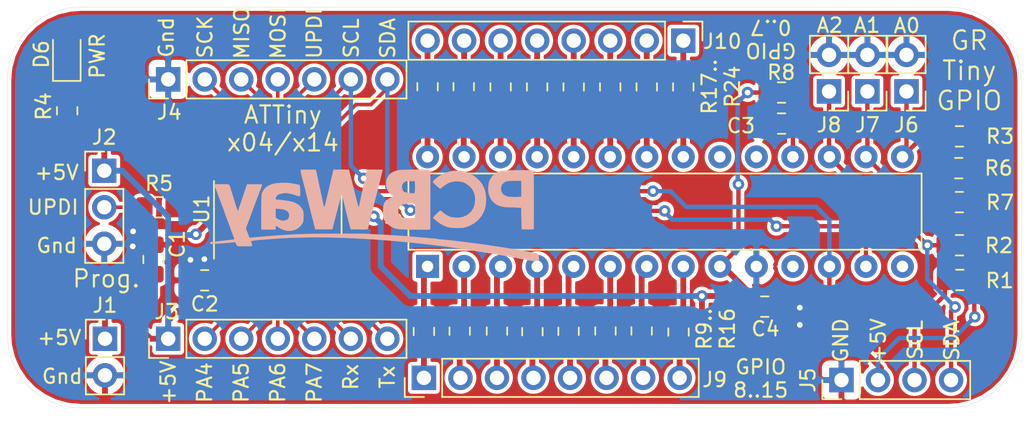
<source format=kicad_pcb>
(kicad_pcb (version 20171130) (host pcbnew "(5.1.2-1)-1")
  (layers (0 F.Cu signal) (31 B.Cu signal) (34 B.Paste user hide) (35 F.Paste user) (36 B.SilkS user hide) (37 F.SilkS user) (38 B.Mask user hide) (39 F.Mask user hide) (44 Edge.Cuts user))
  (net 0 "")
  (net 1 GNDREF)
  (net 2 +5V)
  (net 3 /TX_Out)
  (net 4 "Net-(D6-Pad2)")
  (net 5 /PA4)
  (net 6 /PA5)
  (net 7 /PA6)
  (net 8 /PA7)
  (net 9 /RX_In)
  (net 10 /SDA)
  (net 11 /SCL)
  (net 12 /UPDI)
  (net 13 /MOSI)
  (net 14 /MISO)
  (net 15 /SCK)
  (net 16 "Net-(J2-Pad2)")
  (net 17 "Net-(U2-Pad11)")
  (net 18 "Net-(U2-Pad14)")
  (net 19 "Net-(C3-Pad1)")
  (net 20 "Net-(J6-Pad1)")
  (net 21 "Net-(J7-Pad1)")
  (net 22 "Net-(J8-Pad1)")
  (net 23 "Net-(J9-Pad8)")
  (net 24 "Net-(J9-Pad7)")
  (net 25 "Net-(J9-Pad6)")
  (net 26 "Net-(J9-Pad5)")
  (net 27 "Net-(J9-Pad4)")
  (net 28 "Net-(J9-Pad3)")
  (net 29 "Net-(J9-Pad2)")
  (net 30 "Net-(J9-Pad1)")
  (net 31 "Net-(J10-Pad1)")
  (net 32 "Net-(J10-Pad2)")
  (net 33 "Net-(J10-Pad3)")
  (net 34 "Net-(J10-Pad4)")
  (net 35 "Net-(J10-Pad5)")
  (net 36 "Net-(J10-Pad6)")
  (net 37 "Net-(J10-Pad7)")
  (net 38 "Net-(J10-Pad8)")
  (net 39 "Net-(R9-Pad2)")
  (net 40 "Net-(R10-Pad2)")
  (net 41 "Net-(R11-Pad2)")
  (net 42 "Net-(R12-Pad2)")
  (net 43 "Net-(R13-Pad2)")
  (net 44 "Net-(R14-Pad2)")
  (net 45 "Net-(R15-Pad2)")
  (net 46 "Net-(R16-Pad2)")
  (net 47 "Net-(R17-Pad2)")
  (net 48 "Net-(R18-Pad2)")
  (net 49 "Net-(R19-Pad2)")
  (net 50 "Net-(R20-Pad2)")
  (net 51 "Net-(R21-Pad2)")
  (net 52 "Net-(R22-Pad2)")
  (net 53 "Net-(R23-Pad2)")
  (net 54 "Net-(R24-Pad2)")
  (net 55 "Net-(U2-Pad19)")
  (net 56 "Net-(U2-Pad20)")
  (module "_Custom_Footprints:pcb way logo" (layer B.Cu) (at 113.538 83.693 180)
    (fp_text reference G*** hide)
    (fp_text value LOGO hide)
  )
  (module Capacitor_SMD:C_0805_2012Metric_Pad1.15x1.40mm_HandSolder (layer F.Cu) (at 101.727 87.503 180)
    (fp_text reference C2 (at 0 -1.65) (layer F.SilkS))
    (fp_text value 100nF)
    (pad 2 smd roundrect (at 1.025 0 180) (size 1.15 1.4) (layers F.Cu F.Paste F.Mask) (roundrect_rratio 0.217391) (net 1 GNDREF))
    (pad 1 smd roundrect (at -1.025 0 180) (size 1.15 1.4) (layers F.Cu F.Paste F.Mask) (roundrect_rratio 0.217391) (net 2 +5V))
  )
  (module LED_SMD:LED_0805_2012Metric_Pad1.15x1.40mm_HandSolder (layer F.Cu) (at 92.1385 71.7804 90)
    (fp_text reference D6 (at -0.0127 -1.7653 90) (layer F.SilkS))
    (fp_text value Power)
    (pad 1 smd roundrect (at -1.025 0 90) (size 1.15 1.4) (layers F.Cu F.Paste F.Mask) (roundrect_rratio 0.217391) (net 1 GNDREF))
    (pad 2 smd roundrect (at 1.025 0 90) (size 1.15 1.4) (layers F.Cu F.Paste F.Mask) (roundrect_rratio 0.217391) (net 4 "Net-(D6-Pad2)"))
  )
  (module Connector_PinHeader_2.54mm:PinHeader_1x03_P2.54mm_Vertical (layer F.Cu) (at 94.742 79.883)
    (fp_text reference J2 (at 0 -2.33) (layer F.SilkS))
    (fp_text value Conn_01x03)
    (pad 1 thru_hole rect (at 0 0) (size 1.7 1.7) (drill 1) (layers *.Cu *.Mask) (net 2 +5V))
    (pad 2 thru_hole oval (at 0 2.54) (size 1.7 1.7) (drill 1) (layers *.Cu *.Mask) (net 16 "Net-(J2-Pad2)"))
    (pad 3 thru_hole oval (at 0 5.08) (size 1.7 1.7) (drill 1) (layers *.Cu *.Mask) (net 1 GNDREF))
  )
  (module Connector_PinHeader_2.54mm:PinHeader_1x07_P2.54mm_Vertical (layer F.Cu) (at 99.187 91.567 90)
    (fp_text reference J3 (at 1.8796 -0.1016 180) (layer F.SilkS))
    (fp_text value Conn_01x07)
    (pad 1 thru_hole rect (at 0 0 90) (size 1.7 1.7) (drill 1) (layers *.Cu *.Mask) (net 2 +5V))
    (pad 2 thru_hole oval (at 0 2.54 90) (size 1.7 1.7) (drill 1) (layers *.Cu *.Mask) (net 5 /PA4))
    (pad 3 thru_hole oval (at 0 5.08 90) (size 1.7 1.7) (drill 1) (layers *.Cu *.Mask) (net 6 /PA5))
    (pad 4 thru_hole oval (at 0 7.62 90) (size 1.7 1.7) (drill 1) (layers *.Cu *.Mask) (net 7 /PA6))
    (pad 5 thru_hole oval (at 0 10.16 90) (size 1.7 1.7) (drill 1) (layers *.Cu *.Mask) (net 8 /PA7))
    (pad 6 thru_hole oval (at 0 12.7 90) (size 1.7 1.7) (drill 1) (layers *.Cu *.Mask) (net 9 /RX_In))
    (pad 7 thru_hole oval (at 0 15.24 90) (size 1.7 1.7) (drill 1) (layers *.Cu *.Mask) (net 3 /TX_Out))
  )
  (module Connector_PinHeader_2.54mm:PinHeader_1x07_P2.54mm_Vertical (layer F.Cu) (at 99.187 73.533 90)
    (fp_text reference J4 (at -2.286 0.0762 180) (layer F.SilkS))
    (fp_text value Conn_01x07)
    (pad 7 thru_hole oval (at 0 15.24 90) (size 1.7 1.7) (drill 1) (layers *.Cu *.Mask) (net 10 /SDA))
    (pad 6 thru_hole oval (at 0 12.7 90) (size 1.7 1.7) (drill 1) (layers *.Cu *.Mask) (net 11 /SCL))
    (pad 5 thru_hole oval (at 0 10.16 90) (size 1.7 1.7) (drill 1) (layers *.Cu *.Mask) (net 12 /UPDI))
    (pad 4 thru_hole oval (at 0 7.62 90) (size 1.7 1.7) (drill 1) (layers *.Cu *.Mask) (net 13 /MOSI))
    (pad 3 thru_hole oval (at 0 5.08 90) (size 1.7 1.7) (drill 1) (layers *.Cu *.Mask) (net 14 /MISO))
    (pad 2 thru_hole oval (at 0 2.54 90) (size 1.7 1.7) (drill 1) (layers *.Cu *.Mask) (net 15 /SCK))
    (pad 1 thru_hole rect (at 0 0 90) (size 1.7 1.7) (drill 1) (layers *.Cu *.Mask) (net 1 GNDREF))
  )
  (module Resistor_SMD:R_0805_2012Metric_Pad1.15x1.40mm_HandSolder (layer F.Cu) (at 98.552 82.423)
    (fp_text reference R5 (at 0 -1.65) (layer F.SilkS))
    (fp_text value 1K)
    (pad 1 smd roundrect (at -1.025 0) (size 1.15 1.4) (layers F.Cu F.Paste F.Mask) (roundrect_rratio 0.217391) (net 16 "Net-(J2-Pad2)"))
    (pad 2 smd roundrect (at 1.025 0) (size 1.15 1.4) (layers F.Cu F.Paste F.Mask) (roundrect_rratio 0.217391) (net 12 /UPDI))
  )
  (module Resistor_SMD:R_0805_2012Metric_Pad1.15x1.40mm_HandSolder (layer F.Cu) (at 92.1639 75.7174 90)
    (fp_text reference R4 (at 0.3048 -1.6383 90) (layer F.SilkS))
    (fp_text value 1K)
    (pad 2 smd roundrect (at 1.025 0 90) (size 1.15 1.4) (layers F.Cu F.Paste F.Mask) (roundrect_rratio 0.217391) (net 4 "Net-(D6-Pad2)"))
    (pad 1 smd roundrect (at -1.025 0 90) (size 1.15 1.4) (layers F.Cu F.Paste F.Mask) (roundrect_rratio 0.217391) (net 2 +5V))
  )
  (module Package_SO:SOIC-14_3.9x8.7mm_P1.27mm (layer F.Cu) (at 106.807 82.55 90)
    (fp_text reference U1 (at 0 -5.28 90) (layer F.SilkS))
    (fp_text value "ATtiny x04/x14")
    (pad 1 smd roundrect (at -2.475 -3.81 90) (size 1.95 0.6) (layers F.Cu F.Paste F.Mask) (net 2 +5V))
    (pad 2 smd roundrect (at -2.475 -2.54 90) (size 1.95 0.6) (layers F.Cu F.Paste F.Mask) (net 5 /PA4))
    (pad 3 smd roundrect (at -2.475 -1.27 90) (size 1.95 0.6) (layers F.Cu F.Paste F.Mask) (net 6 /PA5))
    (pad 4 smd roundrect (at -2.475 0 90) (size 1.95 0.6) (layers F.Cu F.Paste F.Mask) (net 7 /PA6))
    (pad 5 smd roundrect (at -2.475 1.27 90) (size 1.95 0.6) (layers F.Cu F.Paste F.Mask) (net 8 /PA7))
    (pad 6 smd roundrect (at -2.475 2.54 90) (size 1.95 0.6) (layers F.Cu F.Paste F.Mask) (net 9 /RX_In))
    (pad 7 smd roundrect (at -2.475 3.81 90) (size 1.95 0.6) (layers F.Cu F.Paste F.Mask) (net 3 /TX_Out))
    (pad 8 smd roundrect (at 2.475 3.81 90) (size 1.95 0.6) (layers F.Cu F.Paste F.Mask) (net 10 /SDA))
    (pad 9 smd roundrect (at 2.475 2.54 90) (size 1.95 0.6) (layers F.Cu F.Paste F.Mask) (net 11 /SCL))
    (pad 10 smd roundrect (at 2.475 1.27 90) (size 1.95 0.6) (layers F.Cu F.Paste F.Mask) (net 12 /UPDI))
    (pad 11 smd roundrect (at 2.475 0 90) (size 1.95 0.6) (layers F.Cu F.Paste F.Mask) (net 13 /MOSI))
    (pad 12 smd roundrect (at 2.475 -1.27 90) (size 1.95 0.6) (layers F.Cu F.Paste F.Mask) (net 14 /MISO))
    (pad 13 smd roundrect (at 2.475 -2.54 90) (size 1.95 0.6) (layers F.Cu F.Paste F.Mask) (net 15 /SCK))
    (pad 14 smd roundrect (at 2.475 -3.81 90) (size 1.95 0.6) (layers F.Cu F.Paste F.Mask) (net 1 GNDREF))
  )
  (module Capacitor_SMD:C_0805_2012Metric_Pad1.15x1.40mm_HandSolder (layer F.Cu) (at 98.171 86.0552 90)
    (fp_text reference C1 (at 1.0668 1.651 270) (layer F.SilkS))
    (fp_text value 1uF)
    (pad 1 smd roundrect (at -1.025 0 90) (size 1.15 1.4) (layers F.Cu F.Paste F.Mask) (roundrect_rratio 0.217391) (net 2 +5V))
    (pad 2 smd roundrect (at 1.025 0 90) (size 1.15 1.4) (layers F.Cu F.Paste F.Mask) (roundrect_rratio 0.217391) (net 1 GNDREF))
  )
  (module Connector_PinHeader_2.54mm:PinHeader_1x02_P2.54mm_Vertical (layer F.Cu) (at 94.7928 91.567)
    (fp_text reference J1 (at 0 -2.33) (layer F.SilkS))
    (fp_text value Conn_01x02)
    (pad 1 thru_hole rect (at 0 0) (size 1.7 1.7) (drill 1) (layers *.Cu *.Mask) (net 2 +5V))
    (pad 2 thru_hole oval (at 0 2.54) (size 1.7 1.7) (drill 1) (layers *.Cu *.Mask) (net 1 GNDREF))
  )
  (module Connector_PinHeader_2.54mm:PinHeader_1x04_P2.54mm_Vertical (layer F.Cu) (at 145.9992 94.4372 90)
    (fp_text reference J5 (at 0 -2.33 90) (layer F.SilkS))
    (fp_text value Conn_01x04)
    (pad 1 thru_hole rect (at 0 0 90) (size 1.7 1.7) (drill 1) (layers *.Cu *.Mask) (net 1 GNDREF))
    (pad 2 thru_hole oval (at 0 2.54 90) (size 1.7 1.7) (drill 1) (layers *.Cu *.Mask) (net 2 +5V))
    (pad 3 thru_hole oval (at 0 5.08 90) (size 1.7 1.7) (drill 1) (layers *.Cu *.Mask) (net 11 /SCL))
    (pad 4 thru_hole oval (at 0 7.62 90) (size 1.7 1.7) (drill 1) (layers *.Cu *.Mask) (net 10 /SDA))
  )
  (module Resistor_SMD:R_0805_2012Metric_Pad1.15x1.40mm_HandSolder (layer F.Cu) (at 154.2288 87.4776 180)
    (fp_text reference R1 (at -2.7686 -0.0508) (layer F.SilkS))
    (fp_text value 10K)
    (pad 1 smd roundrect (at -1.025 0 180) (size 1.15 1.4) (layers F.Cu F.Paste F.Mask) (roundrect_rratio 0.217391) (net 2 +5V))
    (pad 2 smd roundrect (at 1.025 0 180) (size 1.15 1.4) (layers F.Cu F.Paste F.Mask) (roundrect_rratio 0.217391) (net 11 /SCL))
  )
  (module Resistor_SMD:R_0805_2012Metric_Pad1.15x1.40mm_HandSolder (layer F.Cu) (at 154.2034 85.0646 180)
    (fp_text reference R2 (at -2.7432 -0.0254) (layer F.SilkS))
    (fp_text value 10K)
    (pad 2 smd roundrect (at 1.025 0 180) (size 1.15 1.4) (layers F.Cu F.Paste F.Mask) (roundrect_rratio 0.217391) (net 10 /SDA))
    (pad 1 smd roundrect (at -1.025 0 180) (size 1.15 1.4) (layers F.Cu F.Paste F.Mask) (roundrect_rratio 0.217391) (net 2 +5V))
  )
  (module Capacitor_SMD:C_0805_2012Metric_Pad1.15x1.40mm_HandSolder (layer F.Cu) (at 141.8336 76.6064 180)
    (fp_text reference C3 (at 2.8194 -0.1524) (layer F.SilkS))
    (fp_text value 100nF)
    (pad 1 smd roundrect (at -1.025 0 180) (size 1.15 1.4) (layers F.Cu F.Paste F.Mask) (roundrect_rratio 0.217391) (net 19 "Net-(C3-Pad1)"))
    (pad 2 smd roundrect (at 1.025 0 180) (size 1.15 1.4) (layers F.Cu F.Paste F.Mask) (roundrect_rratio 0.217391) (net 1 GNDREF))
  )
  (module Capacitor_SMD:C_0805_2012Metric_Pad1.15x1.40mm_HandSolder (layer F.Cu) (at 140.6652 89.3318)
    (fp_text reference C4 (at 0.0508 1.5494) (layer F.SilkS))
    (fp_text value 100nF)
    (pad 2 smd roundrect (at 1.025 0) (size 1.15 1.4) (layers F.Cu F.Paste F.Mask) (roundrect_rratio 0.217391) (net 1 GNDREF))
    (pad 1 smd roundrect (at -1.025 0) (size 1.15 1.4) (layers F.Cu F.Paste F.Mask) (roundrect_rratio 0.217391) (net 2 +5V))
  )
  (module Connector_PinHeader_2.54mm:PinHeader_1x02_P2.54mm_Vertical (layer F.Cu) (at 150.5204 74.3712 180)
    (fp_text reference J6 (at 0 -2.33) (layer F.SilkS))
    (fp_text value Conn_01x02)
    (pad 2 thru_hole oval (at 0 2.54 180) (size 1.7 1.7) (drill 1) (layers *.Cu *.Mask) (net 1 GNDREF))
    (pad 1 thru_hole rect (at 0 0 180) (size 1.7 1.7) (drill 1) (layers *.Cu *.Mask) (net 20 "Net-(J6-Pad1)"))
  )
  (module Connector_PinHeader_2.54mm:PinHeader_1x02_P2.54mm_Vertical (layer F.Cu) (at 147.8026 74.3712 180)
    (fp_text reference J7 (at 0 -2.33) (layer F.SilkS))
    (fp_text value Conn_01x02)
    (pad 1 thru_hole rect (at 0 0 180) (size 1.7 1.7) (drill 1) (layers *.Cu *.Mask) (net 21 "Net-(J7-Pad1)"))
    (pad 2 thru_hole oval (at 0 2.54 180) (size 1.7 1.7) (drill 1) (layers *.Cu *.Mask) (net 1 GNDREF))
  )
  (module Connector_PinHeader_2.54mm:PinHeader_1x02_P2.54mm_Vertical (layer F.Cu) (at 145.1356 74.3712 180)
    (fp_text reference J8 (at 0 -2.33) (layer F.SilkS))
    (fp_text value Conn_01x02)
    (pad 1 thru_hole rect (at 0 0 180) (size 1.7 1.7) (drill 1) (layers *.Cu *.Mask) (net 22 "Net-(J8-Pad1)"))
    (pad 2 thru_hole oval (at 0 2.54 180) (size 1.7 1.7) (drill 1) (layers *.Cu *.Mask) (net 1 GNDREF))
  )
  (module Connector_PinHeader_2.54mm:PinHeader_1x08_P2.54mm_Vertical (layer F.Cu) (at 116.967 94.2848 90)
    (fp_text reference J9 (at -0.127 20.2184 180) (layer F.SilkS))
    (fp_text value Conn_01x08)
    (pad 8 thru_hole oval (at 0 17.78 90) (size 1.7 1.7) (drill 1) (layers *.Cu *.Mask) (net 23 "Net-(J9-Pad8)"))
    (pad 7 thru_hole oval (at 0 15.24 90) (size 1.7 1.7) (drill 1) (layers *.Cu *.Mask) (net 24 "Net-(J9-Pad7)"))
    (pad 6 thru_hole oval (at 0 12.7 90) (size 1.7 1.7) (drill 1) (layers *.Cu *.Mask) (net 25 "Net-(J9-Pad6)"))
    (pad 5 thru_hole oval (at 0 10.16 90) (size 1.7 1.7) (drill 1) (layers *.Cu *.Mask) (net 26 "Net-(J9-Pad5)"))
    (pad 4 thru_hole oval (at 0 7.62 90) (size 1.7 1.7) (drill 1) (layers *.Cu *.Mask) (net 27 "Net-(J9-Pad4)"))
    (pad 3 thru_hole oval (at 0 5.08 90) (size 1.7 1.7) (drill 1) (layers *.Cu *.Mask) (net 28 "Net-(J9-Pad3)"))
    (pad 2 thru_hole oval (at 0 2.54 90) (size 1.7 1.7) (drill 1) (layers *.Cu *.Mask) (net 29 "Net-(J9-Pad2)"))
    (pad 1 thru_hole rect (at 0 0 90) (size 1.7 1.7) (drill 1) (layers *.Cu *.Mask) (net 30 "Net-(J9-Pad1)"))
  )
  (module Connector_PinHeader_2.54mm:PinHeader_1x08_P2.54mm_Vertical (layer F.Cu) (at 135.001 70.8406 270)
    (fp_text reference J10 (at 0.0508 -2.7178 180) (layer F.SilkS))
    (fp_text value Conn_01x08)
    (pad 1 thru_hole rect (at 0 0 270) (size 1.7 1.7) (drill 1) (layers *.Cu *.Mask) (net 31 "Net-(J10-Pad1)"))
    (pad 2 thru_hole oval (at 0 2.54 270) (size 1.7 1.7) (drill 1) (layers *.Cu *.Mask) (net 32 "Net-(J10-Pad2)"))
    (pad 3 thru_hole oval (at 0 5.08 270) (size 1.7 1.7) (drill 1) (layers *.Cu *.Mask) (net 33 "Net-(J10-Pad3)"))
    (pad 4 thru_hole oval (at 0 7.62 270) (size 1.7 1.7) (drill 1) (layers *.Cu *.Mask) (net 34 "Net-(J10-Pad4)"))
    (pad 5 thru_hole oval (at 0 10.16 270) (size 1.7 1.7) (drill 1) (layers *.Cu *.Mask) (net 35 "Net-(J10-Pad5)"))
    (pad 6 thru_hole oval (at 0 12.7 270) (size 1.7 1.7) (drill 1) (layers *.Cu *.Mask) (net 36 "Net-(J10-Pad6)"))
    (pad 7 thru_hole oval (at 0 15.24 270) (size 1.7 1.7) (drill 1) (layers *.Cu *.Mask) (net 37 "Net-(J10-Pad7)"))
    (pad 8 thru_hole oval (at 0 17.78 270) (size 1.7 1.7) (drill 1) (layers *.Cu *.Mask) (net 38 "Net-(J10-Pad8)"))
  )
  (module Resistor_SMD:R_0805_2012Metric_Pad1.15x1.40mm_HandSolder (layer F.Cu) (at 154.2034 77.4954)
    (fp_text reference R3 (at 2.8194 0) (layer F.SilkS))
    (fp_text value 10K)
    (pad 1 smd roundrect (at -1.025 0) (size 1.15 1.4) (layers F.Cu F.Paste F.Mask) (roundrect_rratio 0.217391) (net 20 "Net-(J6-Pad1)"))
    (pad 2 smd roundrect (at 1.025 0) (size 1.15 1.4) (layers F.Cu F.Paste F.Mask) (roundrect_rratio 0.217391) (net 2 +5V))
  )
  (module Resistor_SMD:R_0805_2012Metric_Pad1.15x1.40mm_HandSolder (layer F.Cu) (at 154.1526 79.7052)
    (fp_text reference R6 (at 2.7686 0) (layer F.SilkS))
    (fp_text value 10K)
    (pad 2 smd roundrect (at 1.025 0) (size 1.15 1.4) (layers F.Cu F.Paste F.Mask) (roundrect_rratio 0.217391) (net 2 +5V))
    (pad 1 smd roundrect (at -1.025 0) (size 1.15 1.4) (layers F.Cu F.Paste F.Mask) (roundrect_rratio 0.217391) (net 21 "Net-(J7-Pad1)"))
  )
  (module Resistor_SMD:R_0805_2012Metric_Pad1.15x1.40mm_HandSolder (layer F.Cu) (at 154.1944 82.0674)
    (fp_text reference R7 (at 2.8284 0.0254) (layer F.SilkS))
    (fp_text value 10K)
    (pad 2 smd roundrect (at 1.025 0) (size 1.15 1.4) (layers F.Cu F.Paste F.Mask) (roundrect_rratio 0.217391) (net 2 +5V))
    (pad 1 smd roundrect (at -1.025 0) (size 1.15 1.4) (layers F.Cu F.Paste F.Mask) (roundrect_rratio 0.217391) (net 22 "Net-(J8-Pad1)"))
  )
  (module Resistor_SMD:R_0805_2012Metric_Pad1.15x1.40mm_HandSolder (layer F.Cu) (at 141.8336 74.4474 180)
    (fp_text reference R8 (at 0.0254 1.397 180) (layer F.SilkS))
    (fp_text value 10K)
    (pad 1 smd roundrect (at -1.025 0 180) (size 1.15 1.4) (layers F.Cu F.Paste F.Mask) (roundrect_rratio 0.217391) (net 19 "Net-(C3-Pad1)"))
    (pad 2 smd roundrect (at 1.025 0 180) (size 1.15 1.4) (layers F.Cu F.Paste F.Mask) (roundrect_rratio 0.217391) (net 2 +5V))
  )
  (module Resistor_SMD:R_0805_2012Metric_Pad1.15x1.40mm_HandSolder (layer F.Cu) (at 116.967 91.059 90)
    (fp_text reference R9 hide)
    (fp_text value 1K)
    (pad 2 smd roundrect (at 1.025 0 90) (size 1.15 1.4) (layers F.Cu F.Paste F.Mask) (roundrect_rratio 0.217391) (net 39 "Net-(R9-Pad2)"))
    (pad 1 smd roundrect (at -1.025 0 90) (size 1.15 1.4) (layers F.Cu F.Paste F.Mask) (roundrect_rratio 0.217391) (net 30 "Net-(J9-Pad1)"))
  )
  (module Resistor_SMD:R_0805_2012Metric_Pad1.15x1.40mm_HandSolder (layer F.Cu) (at 119.4562 91.0336 90)
    (fp_text reference R10 hide)
    (fp_text value 1K)
    (pad 1 smd roundrect (at -1.025 0 90) (size 1.15 1.4) (layers F.Cu F.Paste F.Mask) (roundrect_rratio 0.217391) (net 29 "Net-(J9-Pad2)"))
    (pad 2 smd roundrect (at 1.025 0 90) (size 1.15 1.4) (layers F.Cu F.Paste F.Mask) (roundrect_rratio 0.217391) (net 40 "Net-(R10-Pad2)"))
  )
  (module Resistor_SMD:R_0805_2012Metric_Pad1.15x1.40mm_HandSolder (layer F.Cu) (at 122.047 91.0336 90)
    (fp_text reference R11 hide)
    (fp_text value 1K)
    (pad 2 smd roundrect (at 1.025 0 90) (size 1.15 1.4) (layers F.Cu F.Paste F.Mask) (roundrect_rratio 0.217391) (net 41 "Net-(R11-Pad2)"))
    (pad 1 smd roundrect (at -1.025 0 90) (size 1.15 1.4) (layers F.Cu F.Paste F.Mask) (roundrect_rratio 0.217391) (net 28 "Net-(J9-Pad3)"))
  )
  (module Resistor_SMD:R_0805_2012Metric_Pad1.15x1.40mm_HandSolder (layer F.Cu) (at 124.5108 91.0754 90)
    (fp_text reference R12 hide)
    (fp_text value 1K)
    (pad 2 smd roundrect (at 1.025 0 90) (size 1.15 1.4) (layers F.Cu F.Paste F.Mask) (roundrect_rratio 0.217391) (net 42 "Net-(R12-Pad2)"))
    (pad 1 smd roundrect (at -1.025 0 90) (size 1.15 1.4) (layers F.Cu F.Paste F.Mask) (roundrect_rratio 0.217391) (net 27 "Net-(J9-Pad4)"))
  )
  (module Resistor_SMD:R_0805_2012Metric_Pad1.15x1.40mm_HandSolder (layer F.Cu) (at 127.0254 91.05 90)
    (fp_text reference R13 hide)
    (fp_text value 1K)
    (pad 1 smd roundrect (at -1.025 0 90) (size 1.15 1.4) (layers F.Cu F.Paste F.Mask) (roundrect_rratio 0.217391) (net 26 "Net-(J9-Pad5)"))
    (pad 2 smd roundrect (at 1.025 0 90) (size 1.15 1.4) (layers F.Cu F.Paste F.Mask) (roundrect_rratio 0.217391) (net 43 "Net-(R13-Pad2)"))
  )
  (module Resistor_SMD:R_0805_2012Metric_Pad1.15x1.40mm_HandSolder (layer F.Cu) (at 129.5908 91.0246 90)
    (fp_text reference R14 hide)
    (fp_text value 1K)
    (pad 2 smd roundrect (at 1.025 0 90) (size 1.15 1.4) (layers F.Cu F.Paste F.Mask) (roundrect_rratio 0.217391) (net 44 "Net-(R14-Pad2)"))
    (pad 1 smd roundrect (at -1.025 0 90) (size 1.15 1.4) (layers F.Cu F.Paste F.Mask) (roundrect_rratio 0.217391) (net 25 "Net-(J9-Pad6)"))
  )
  (module Resistor_SMD:R_0805_2012Metric_Pad1.15x1.40mm_HandSolder (layer F.Cu) (at 132.1054 91.0246 90)
    (fp_text reference R15 hide)
    (fp_text value 1K)
    (pad 1 smd roundrect (at -1.025 0 90) (size 1.15 1.4) (layers F.Cu F.Paste F.Mask) (roundrect_rratio 0.217391) (net 24 "Net-(J9-Pad7)"))
    (pad 2 smd roundrect (at 1.025 0 90) (size 1.15 1.4) (layers F.Cu F.Paste F.Mask) (roundrect_rratio 0.217391) (net 45 "Net-(R15-Pad2)"))
  )
  (module Resistor_SMD:R_0805_2012Metric_Pad1.15x1.40mm_HandSolder (layer F.Cu) (at 134.6708 91.1008 90)
    (fp_text reference R16 hide)
    (fp_text value 1K)
    (pad 2 smd roundrect (at 1.025 0 90) (size 1.15 1.4) (layers F.Cu F.Paste F.Mask) (roundrect_rratio 0.217391) (net 46 "Net-(R16-Pad2)"))
    (pad 1 smd roundrect (at -1.025 0 90) (size 1.15 1.4) (layers F.Cu F.Paste F.Mask) (roundrect_rratio 0.217391) (net 23 "Net-(J9-Pad8)"))
  )
  (module Resistor_SMD:R_0805_2012Metric_Pad1.15x1.40mm_HandSolder (layer F.Cu) (at 135.001 74.0574 270)
    (fp_text reference R17 hide)
    (fp_text value 1K)
    (pad 1 smd roundrect (at -1.025 0 270) (size 1.15 1.4) (layers F.Cu F.Paste F.Mask) (roundrect_rratio 0.217391) (net 31 "Net-(J10-Pad1)"))
    (pad 2 smd roundrect (at 1.025 0 270) (size 1.15 1.4) (layers F.Cu F.Paste F.Mask) (roundrect_rratio 0.217391) (net 47 "Net-(R17-Pad2)"))
  )
  (module Resistor_SMD:R_0805_2012Metric_Pad1.15x1.40mm_HandSolder (layer F.Cu) (at 132.461 74.0574 270)
    (fp_text reference R18 hide)
    (fp_text value 1K)
    (pad 2 smd roundrect (at 1.025 0 270) (size 1.15 1.4) (layers F.Cu F.Paste F.Mask) (roundrect_rratio 0.217391) (net 48 "Net-(R18-Pad2)"))
    (pad 1 smd roundrect (at -1.025 0 270) (size 1.15 1.4) (layers F.Cu F.Paste F.Mask) (roundrect_rratio 0.217391) (net 32 "Net-(J10-Pad2)"))
  )
  (module Resistor_SMD:R_0805_2012Metric_Pad1.15x1.40mm_HandSolder (layer F.Cu) (at 129.921 74.0574 270)
    (fp_text reference R19 hide)
    (fp_text value 1K)
    (pad 1 smd roundrect (at -1.025 0 270) (size 1.15 1.4) (layers F.Cu F.Paste F.Mask) (roundrect_rratio 0.217391) (net 33 "Net-(J10-Pad3)"))
    (pad 2 smd roundrect (at 1.025 0 270) (size 1.15 1.4) (layers F.Cu F.Paste F.Mask) (roundrect_rratio 0.217391) (net 49 "Net-(R19-Pad2)"))
  )
  (module Resistor_SMD:R_0805_2012Metric_Pad1.15x1.40mm_HandSolder (layer F.Cu) (at 127.381 74.0574 270)
    (fp_text reference R20 hide)
    (fp_text value 1K)
    (pad 2 smd roundrect (at 1.025 0 270) (size 1.15 1.4) (layers F.Cu F.Paste F.Mask) (roundrect_rratio 0.217391) (net 50 "Net-(R20-Pad2)"))
    (pad 1 smd roundrect (at -1.025 0 270) (size 1.15 1.4) (layers F.Cu F.Paste F.Mask) (roundrect_rratio 0.217391) (net 34 "Net-(J10-Pad4)"))
  )
  (module Resistor_SMD:R_0805_2012Metric_Pad1.15x1.40mm_HandSolder (layer F.Cu) (at 124.841 74.0574 270)
    (fp_text reference R21 hide)
    (fp_text value 1K)
    (pad 1 smd roundrect (at -1.025 0 270) (size 1.15 1.4) (layers F.Cu F.Paste F.Mask) (roundrect_rratio 0.217391) (net 35 "Net-(J10-Pad5)"))
    (pad 2 smd roundrect (at 1.025 0 270) (size 1.15 1.4) (layers F.Cu F.Paste F.Mask) (roundrect_rratio 0.217391) (net 51 "Net-(R21-Pad2)"))
  )
  (module Resistor_SMD:R_0805_2012Metric_Pad1.15x1.40mm_HandSolder (layer F.Cu) (at 122.301 74.0574 270)
    (fp_text reference R22 hide)
    (fp_text value 1K)
    (pad 2 smd roundrect (at 1.025 0 270) (size 1.15 1.4) (layers F.Cu F.Paste F.Mask) (roundrect_rratio 0.217391) (net 52 "Net-(R22-Pad2)"))
    (pad 1 smd roundrect (at -1.025 0 270) (size 1.15 1.4) (layers F.Cu F.Paste F.Mask) (roundrect_rratio 0.217391) (net 36 "Net-(J10-Pad6)"))
  )
  (module Resistor_SMD:R_0805_2012Metric_Pad1.15x1.40mm_HandSolder (layer F.Cu) (at 119.7356 74.041 270)
    (fp_text reference R23 hide)
    (fp_text value 1K)
    (pad 1 smd roundrect (at -1.025 0 270) (size 1.15 1.4) (layers F.Cu F.Paste F.Mask) (roundrect_rratio 0.217391) (net 37 "Net-(J10-Pad7)"))
    (pad 2 smd roundrect (at 1.025 0 270) (size 1.15 1.4) (layers F.Cu F.Paste F.Mask) (roundrect_rratio 0.217391) (net 53 "Net-(R23-Pad2)"))
  )
  (module Resistor_SMD:R_0805_2012Metric_Pad1.15x1.40mm_HandSolder (layer F.Cu) (at 117.221 74.041 270)
    (fp_text reference R24 hide)
    (fp_text value 1K)
    (pad 1 smd roundrect (at -1.025 0 270) (size 1.15 1.4) (layers F.Cu F.Paste F.Mask) (roundrect_rratio 0.217391) (net 38 "Net-(J10-Pad8)"))
    (pad 2 smd roundrect (at 1.025 0 270) (size 1.15 1.4) (layers F.Cu F.Paste F.Mask) (roundrect_rratio 0.217391) (net 54 "Net-(R24-Pad2)"))
  )
  (module Package_DIP:DIP-28_W7.62mm (layer F.Cu) (at 117.221 86.5378 90)
    (fp_text reference U2 (at 3.81 -2.33 90) (layer F.SilkS))
    (fp_text value MCP23017_SP)
    (pad 1 thru_hole rect (at 0 0 90) (size 1.6 1.6) (drill 0.8) (layers *.Cu *.Mask) (net 39 "Net-(R9-Pad2)"))
    (pad 15 thru_hole oval (at 7.62 33.02 90) (size 1.6 1.6) (drill 0.8) (layers *.Cu *.Mask) (net 20 "Net-(J6-Pad1)"))
    (pad 2 thru_hole oval (at 0 2.54 90) (size 1.6 1.6) (drill 0.8) (layers *.Cu *.Mask) (net 40 "Net-(R10-Pad2)"))
    (pad 16 thru_hole oval (at 7.62 30.48 90) (size 1.6 1.6) (drill 0.8) (layers *.Cu *.Mask) (net 21 "Net-(J7-Pad1)"))
    (pad 3 thru_hole oval (at 0 5.08 90) (size 1.6 1.6) (drill 0.8) (layers *.Cu *.Mask) (net 41 "Net-(R11-Pad2)"))
    (pad 17 thru_hole oval (at 7.62 27.94 90) (size 1.6 1.6) (drill 0.8) (layers *.Cu *.Mask) (net 22 "Net-(J8-Pad1)"))
    (pad 4 thru_hole oval (at 0 7.62 90) (size 1.6 1.6) (drill 0.8) (layers *.Cu *.Mask) (net 42 "Net-(R12-Pad2)"))
    (pad 18 thru_hole oval (at 7.62 25.4 90) (size 1.6 1.6) (drill 0.8) (layers *.Cu *.Mask) (net 19 "Net-(C3-Pad1)"))
    (pad 5 thru_hole oval (at 0 10.16 90) (size 1.6 1.6) (drill 0.8) (layers *.Cu *.Mask) (net 43 "Net-(R13-Pad2)"))
    (pad 19 thru_hole oval (at 7.62 22.86 90) (size 1.6 1.6) (drill 0.8) (layers *.Cu *.Mask) (net 55 "Net-(U2-Pad19)"))
    (pad 6 thru_hole oval (at 0 12.7 90) (size 1.6 1.6) (drill 0.8) (layers *.Cu *.Mask) (net 44 "Net-(R14-Pad2)"))
    (pad 20 thru_hole oval (at 7.62 20.32 90) (size 1.6 1.6) (drill 0.8) (layers *.Cu *.Mask) (net 56 "Net-(U2-Pad20)"))
    (pad 7 thru_hole oval (at 0 15.24 90) (size 1.6 1.6) (drill 0.8) (layers *.Cu *.Mask) (net 45 "Net-(R15-Pad2)"))
    (pad 21 thru_hole oval (at 7.62 17.78 90) (size 1.6 1.6) (drill 0.8) (layers *.Cu *.Mask) (net 47 "Net-(R17-Pad2)"))
    (pad 8 thru_hole oval (at 0 17.78 90) (size 1.6 1.6) (drill 0.8) (layers *.Cu *.Mask) (net 46 "Net-(R16-Pad2)"))
    (pad 22 thru_hole oval (at 7.62 15.24 90) (size 1.6 1.6) (drill 0.8) (layers *.Cu *.Mask) (net 48 "Net-(R18-Pad2)"))
    (pad 9 thru_hole oval (at 0 20.32 90) (size 1.6 1.6) (drill 0.8) (layers *.Cu *.Mask) (net 2 +5V))
    (pad 23 thru_hole oval (at 7.62 12.7 90) (size 1.6 1.6) (drill 0.8) (layers *.Cu *.Mask) (net 49 "Net-(R19-Pad2)"))
    (pad 10 thru_hole oval (at 0 22.86 90) (size 1.6 1.6) (drill 0.8) (layers *.Cu *.Mask) (net 1 GNDREF))
    (pad 24 thru_hole oval (at 7.62 10.16 90) (size 1.6 1.6) (drill 0.8) (layers *.Cu *.Mask) (net 50 "Net-(R20-Pad2)"))
    (pad 11 thru_hole oval (at 0 25.4 90) (size 1.6 1.6) (drill 0.8) (layers *.Cu *.Mask) (net 17 "Net-(U2-Pad11)"))
    (pad 25 thru_hole oval (at 7.62 7.62 90) (size 1.6 1.6) (drill 0.8) (layers *.Cu *.Mask) (net 51 "Net-(R21-Pad2)"))
    (pad 12 thru_hole oval (at 0 27.94 90) (size 1.6 1.6) (drill 0.8) (layers *.Cu *.Mask) (net 11 /SCL))
    (pad 26 thru_hole oval (at 7.62 5.08 90) (size 1.6 1.6) (drill 0.8) (layers *.Cu *.Mask) (net 52 "Net-(R22-Pad2)"))
    (pad 13 thru_hole oval (at 0 30.48 90) (size 1.6 1.6) (drill 0.8) (layers *.Cu *.Mask) (net 10 /SDA))
    (pad 27 thru_hole oval (at 7.62 2.54 90) (size 1.6 1.6) (drill 0.8) (layers *.Cu *.Mask) (net 53 "Net-(R23-Pad2)"))
    (pad 14 thru_hole oval (at 0 33.02 90) (size 1.6 1.6) (drill 0.8) (layers *.Cu *.Mask) (net 18 "Net-(U2-Pad14)"))
    (pad 28 thru_hole oval (at 7.62 0 90) (size 1.6 1.6) (drill 0.8) (layers *.Cu *.Mask) (net 54 "Net-(R24-Pad2)"))
  )
  (gr_text A2 (at 145.1864 69.7738) (layer F.SilkS) (effects (font (size 1 1))))
  (gr_text A1 (at 147.7772 69.7738) (layer F.SilkS) (effects (font (size 1 1))))
  (gr_text A0 (at 150.5458 69.7992) (layer F.SilkS) (effects (font (size 1 1))))
  (gr_text GND (at 145.9484 91.6686 90) (layer F.SilkS) (effects (font (size 1 1))))
  (gr_text +5V (at 148.5646 91.6686 90) (layer F.SilkS) (effects (font (size 1 1))))
  (gr_text SCL (at 151.13 91.6432 90) (layer F.SilkS) (effects (font (size 1 1))))
  (gr_text SDA (at 153.67 91.694 90) (layer F.SilkS) (effects (font (size 1 1))))
  (gr_text Gnd (at 91.821 94.1832) (layer F.SilkS) (effects (font (size 1 1))))
  (gr_text +5V (at 91.6178 91.4908) (layer F.SilkS) (effects (font (size 1 1))))
  (gr_text "GPIO\n0..7" (at 141.097 70.7136 180) (layer F.SilkS) (effects (font (size 1 1))))
  (gr_text "GPIO\n8..15" (at 140.3858 94.3356) (layer F.SilkS) (effects (font (size 1 1))))
  (gr_text "R17..\nR24" (at 137.6172 74.041 90) (layer F.SilkS) (effects (font (size 1 1))))
  (gr_text "R9..\nR16" (at 137.2616 90.8812 90) (layer F.SilkS) (effects (font (size 1 1))))
  (gr_text Prog. (at 94.8817 87.3887) (layer F.SilkS) (effects (font (size 1.2 1.2))))
  (gr_text " ATTiny \nx04/x14" (at 107.1626 76.962) (layer F.SilkS) (effects (font (size 1.2 1.2))))
  (gr_text "PWR\n" (at 94.2594 71.9074 90) (layer F.SilkS) (effects (font (size 1 1))))
  (gr_text SCK (at 101.7524 70.5866 90) (layer F.SilkS) (effects (font (size 1 1))))
  (gr_text MISO (at 104.3051 70.3072 90) (layer F.SilkS) (effects (font (size 1 1))))
  (gr_text "MOSI\n" (at 106.8324 70.3072 90) (layer F.SilkS) (effects (font (size 1 1))))
  (gr_text SDA (at 114.4524 70.6755 90) (layer F.SilkS) (effects (font (size 1 1))))
  (gr_text SCL (at 111.9251 70.6755 90) (layer F.SilkS) (effects (font (size 1 1))))
  (gr_text UPDI (at 109.347 70.3326 90) (layer F.SilkS) (effects (font (size 1 1))))
  (gr_text Tx (at 114.427 94.234 90) (layer F.SilkS) (effects (font (size 1 1))))
  (gr_text Rx (at 111.887 94.234 90) (layer F.SilkS) (effects (font (size 1 1))))
  (gr_text PA7 (at 109.347 94.615 90) (layer F.SilkS) (effects (font (size 1 1))))
  (gr_text PA6 (at 106.807 94.615 90) (layer F.SilkS) (effects (font (size 1 1))))
  (gr_text PA5 (at 104.267 94.615 90) (layer F.SilkS) (effects (font (size 1 1))))
  (gr_text PA4 (at 101.727 94.615 90) (layer F.SilkS) (effects (font (size 1 1))))
  (gr_text UPDI (at 91.186 82.423) (layer F.SilkS) (effects (font (size 1 1))))
  (gr_text +5V (at 91.44 80.01) (layer F.SilkS) (effects (font (size 1 1))))
  (gr_text Gnd (at 91.44 85.09) (layer F.SilkS) (effects (font (size 1 1))))
  (gr_text +5V (at 99.187 94.615 90) (layer F.SilkS) (effects (font (size 1 1))))
  (gr_text Gnd (at 99.06 70.612 90) (layer F.SilkS) (effects (font (size 1 1))))
  (gr_arc (start 93.091 91.284) (end 88.011 91.284) (angle -90) (layer Edge.Cuts) (width 0.0254))
  (gr_text "GR\nTiny\nGPIO" (at 154.8892 72.9234) (layer F.SilkS) (effects (font (size 1.3 1.3))))
  (gr_arc (start 153.42 91.284) (end 153.42 96.364) (angle -90) (layer Edge.Cuts) (width 0.0254))
  (gr_arc (start 153.42 73.5838) (end 158.5 73.5838) (angle -90) (layer Edge.Cuts) (width 0.0254))
  (gr_arc (start 93.091 73.5838) (end 93.091 68.5038) (angle -90) (layer Edge.Cuts) (width 0.0254))
  (gr_line (start 88.011 91.284) (end 88.011 73.5838) (layer Edge.Cuts) (width 0.0254))
  (gr_line (start 153.42 96.364) (end 93.091 96.364) (layer Edge.Cuts) (width 0.0254))
  (gr_line (start 158.5 73.5838) (end 158.5 91.284) (layer Edge.Cuts) (width 0.0254))
  (gr_line (start 93.091 68.5038) (end 153.42 68.5038) (layer Edge.Cuts) (width 0.0254))
  (via (at 143.1036 90.6018) (size 0.8) (drill 0.4) (layers F.Cu B.Cu) (net 1))
  (via (at 143.1036 89.408) (size 0.8) (drill 0.4) (layers F.Cu B.Cu) (net 1))
  (via (at 96.7486 84.0994) (size 0.8) (drill 0.4) (layers F.Cu B.Cu) (net 1))
  (via (at 96.7232 85.1408) (size 0.8) (drill 0.4) (layers F.Cu B.Cu) (net 1))
  (via (at 100.7364 86.0806) (size 0.8) (drill 0.4) (layers F.Cu B.Cu) (net 1))
  (via (at 101.7016 86.0298) (size 0.8) (drill 0.4) (layers F.Cu B.Cu) (net 1))
  (segment (start 102.997 87.258) (end 102.752 87.503) (width 0.4064) (layer F.Cu) (net 2))
  (segment (start 102.997 85.025) (end 102.997 87.258) (width 0.4064) (layer F.Cu) (net 2))
  (segment (start 102.6668 87.5882) (end 102.752 87.503) (width 0.4064) (layer F.Cu) (net 2))
  (segment (start 102.6668 88.5444) (end 102.6668 87.5882) (width 0.4064) (layer F.Cu) (net 2))
  (segment (start 101.5746 89.6366) (end 102.6668 88.5444) (width 0.4064) (layer F.Cu) (net 2))
  (segment (start 99.187 91.567) (end 99.187 90.3106) (width 0.4064) (layer F.Cu) (net 2))
  (segment (start 99.861 89.6366) (end 101.5746 89.6366) (width 0.4064) (layer F.Cu) (net 2))
  (segment (start 99.187 90.3106) (end 99.861 89.6366) (width 0.4064) (layer F.Cu) (net 2))
  (segment (start 95.9984 79.883) (end 94.742 79.883) (width 0.4064) (layer B.Cu) (net 2))
  (segment (start 99.187 83.0716) (end 95.9984 79.883) (width 0.4064) (layer B.Cu) (net 2))
  (segment (start 94.7928 88.3666) (end 94.7928 91.567) (width 0.4064) (layer F.Cu) (net 2))
  (segment (start 96.0792 87.0802) (end 94.7928 88.3666) (width 0.4064) (layer F.Cu) (net 2))
  (segment (start 98.171 87.0802) (end 96.0792 87.0802) (width 0.4064) (layer F.Cu) (net 2))
  (segment (start 92.1639 76.7424) (end 94.00255 76.7424) (width 0.4064) (layer F.Cu) (net 2))
  (segment (start 94.742 77.48185) (end 94.742 79.883) (width 0.4064) (layer F.Cu) (net 2))
  (segment (start 94.00255 76.7424) (end 94.742 77.48185) (width 0.4064) (layer F.Cu) (net 2))
  (segment (start 97.9678 91.567) (end 99.187 91.567) (width 0.4064) (layer F.Cu) (net 2))
  (segment (start 97.3582 90.9574) (end 97.9678 91.567) (width 0.4064) (layer F.Cu) (net 2))
  (segment (start 97.3582 89.313141) (end 97.3582 90.9574) (width 0.4064) (layer F.Cu) (net 2))
  (segment (start 98.171 88.500341) (end 97.3582 89.313141) (width 0.4064) (layer F.Cu) (net 2))
  (segment (start 98.171 87.0802) (end 98.171 88.500341) (width 0.4064) (layer F.Cu) (net 2))
  (via (at 101.1174 84.3026) (size 0.8) (drill 0.4) (layers F.Cu B.Cu) (net 2))
  (segment (start 101.0666 84.3534) (end 99.187 84.3534) (width 0.4064) (layer B.Cu) (net 2))
  (segment (start 101.1174 84.3026) (end 101.0666 84.3534) (width 0.4064) (layer B.Cu) (net 2))
  (segment (start 99.187 84.3534) (end 99.187 83.0716) (width 0.4064) (layer B.Cu) (net 2))
  (segment (start 99.187 91.567) (end 99.187 84.3534) (width 0.4064) (layer B.Cu) (net 2))
  (via (at 136.2964 88.5952) (size 0.8) (drill 0.4) (layers F.Cu B.Cu) (net 2))
  (segment (start 116.0272 88.5952) (end 136.2964 88.5952) (width 0.4064) (layer B.Cu) (net 2))
  (segment (start 113.9698 86.5378) (end 116.0272 88.5952) (width 0.4064) (layer B.Cu) (net 2))
  (segment (start 113.9698 83.5406) (end 113.9698 86.5378) (width 0.4064) (layer B.Cu) (net 2))
  (segment (start 102.2604 83.1596) (end 101.1174 84.3026) (width 0.4064) (layer F.Cu) (net 2))
  (segment (start 113.4872 83.058) (end 113.9698 83.5406) (width 0.4064) (layer B.Cu) (net 2))
  (segment (start 113.3856 83.1596) (end 102.2604 83.1596) (width 0.4064) (layer F.Cu) (net 2))
  (segment (start 113.4872 83.058) (end 113.3856 83.1596) (width 0.4064) (layer F.Cu) (net 2))
  (via (at 113.4872 83.058) (size 0.8) (drill 0.4) (layers F.Cu B.Cu) (net 2))
  (segment (start 139.6402 89.3318) (end 139.6402 88.4084) (width 0.4064) (layer F.Cu) (net 2))
  (segment (start 137.7696 86.5378) (end 137.541 86.5378) (width 0.4064) (layer F.Cu) (net 2))
  (segment (start 139.6402 88.4084) (end 137.7696 86.5378) (width 0.4064) (layer F.Cu) (net 2))
  (segment (start 136.2964 88.5952) (end 136.2964 89.9668) (width 0.4064) (layer F.Cu) (net 2))
  (segment (start 136.2964 89.9668) (end 138.0236 91.694) (width 0.4064) (layer F.Cu) (net 2))
  (segment (start 138.0236 91.694) (end 146.8374 91.694) (width 0.4064) (layer F.Cu) (net 2))
  (segment (start 148.743073 93.599673) (end 148.743073 93.998211) (width 0.4064) (layer F.Cu) (net 2))
  (segment (start 146.8374 91.694) (end 148.743073 93.599673) (width 0.4064) (layer F.Cu) (net 2))
  (segment (start 138.2268 89.3318) (end 139.6402 89.3318) (width 0.4064) (layer F.Cu) (net 2))
  (segment (start 137.4902 88.5952) (end 138.2268 89.3318) (width 0.4064) (layer F.Cu) (net 2))
  (segment (start 136.2964 88.5952) (end 137.4902 88.5952) (width 0.4064) (layer F.Cu) (net 2))
  (segment (start 155.2284 79.6544) (end 155.1776 79.7052) (width 0.3048) (layer F.Cu) (net 2))
  (segment (start 155.2284 77.4954) (end 155.2284 79.6544) (width 0.3048) (layer F.Cu) (net 2))
  (segment (start 155.1776 82.0256) (end 155.2194 82.0674) (width 0.3048) (layer F.Cu) (net 2))
  (segment (start 155.1776 79.7052) (end 155.1776 82.0256) (width 0.3048) (layer F.Cu) (net 2))
  (segment (start 155.2194 85.0556) (end 155.2284 85.0646) (width 0.3048) (layer F.Cu) (net 2))
  (segment (start 155.2194 82.0674) (end 155.2194 85.0556) (width 0.3048) (layer F.Cu) (net 2))
  (segment (start 155.2284 87.465503) (end 155.044688 87.649215) (width 0.3048) (layer F.Cu) (net 2))
  (segment (start 155.2284 85.0646) (end 155.2284 87.465503) (width 0.3048) (layer F.Cu) (net 2))
  (segment (start 140.8086 74.4474) (end 140.0302 74.4474) (width 0.3048) (layer F.Cu) (net 2))
  (segment (start 138.8364 85.2424) (end 137.541 86.5378) (width 0.3048) (layer F.Cu) (net 2))
  (segment (start 138.8364 80.8228) (end 138.8364 85.2424) (width 0.3048) (layer F.Cu) (net 2))
  (segment (start 140.0302 74.4474) (end 139.4714 74.4474) (width 0.3048) (layer F.Cu) (net 2))
  (via (at 139.4714 74.4474) (size 0.8) (drill 0.4) (layers F.Cu B.Cu) (net 2))
  (via (at 138.8364 80.8228) (size 0.8) (drill 0.4) (layers F.Cu B.Cu) (net 2))
  (segment (start 138.7856 80.772) (end 138.8364 80.8228) (width 0.3048) (layer B.Cu) (net 2))
  (segment (start 138.7856 75.1332) (end 138.7856 80.772) (width 0.3048) (layer B.Cu) (net 2))
  (segment (start 139.4714 74.4474) (end 138.7856 75.1332) (width 0.3048) (layer B.Cu) (net 2))
  (segment (start 148.5392 94.4372) (end 148.5392 92.993345) (width 0.3048) (layer B.Cu) (net 2))
  (segment (start 148.5392 92.993345) (end 150.016345 91.5162) (width 0.3048) (layer B.Cu) (net 2))
  (segment (start 150.016345 91.5162) (end 153.797 91.5162) (width 0.3048) (layer B.Cu) (net 2))
  (via (at 155.2702 90.043) (size 0.8) (drill 0.4) (layers F.Cu B.Cu) (net 2))
  (segment (start 153.797 91.5162) (end 155.2702 90.043) (width 0.3048) (layer B.Cu) (net 2))
  (segment (start 155.233673 90.006473) (end 155.233673 87.119211) (width 0.3048) (layer F.Cu) (net 2))
  (segment (start 155.2702 90.043) (end 155.233673 90.006473) (width 0.3048) (layer F.Cu) (net 2))
  (segment (start 110.617 87.757) (end 114.427 91.567) (width 0.254) (layer F.Cu) (net 3))
  (segment (start 110.617 85.025) (end 110.617 87.757) (width 0.254) (layer F.Cu) (net 3))
  (segment (start 92.761872 71.378772) (end 92.1385 70.7554) (width 0.254) (layer F.Cu) (net 4))
  (segment (start 93.345 74.3966) (end 93.345 71.9619) (width 0.254) (layer F.Cu) (net 4))
  (segment (start 93.345 71.9619) (end 92.761872 71.378772) (width 0.254) (layer F.Cu) (net 4))
  (segment (start 93.0492 74.6924) (end 93.345 74.3966) (width 0.254) (layer F.Cu) (net 4))
  (segment (start 92.1639 74.6924) (end 93.0492 74.6924) (width 0.254) (layer F.Cu) (net 4))
  (segment (start 104.267 89.027) (end 101.727 91.567) (width 0.254) (layer F.Cu) (net 5))
  (segment (start 104.267 85.025) (end 104.267 89.027) (width 0.254) (layer F.Cu) (net 5))
  (segment (start 105.537 90.297) (end 104.267 91.567) (width 0.254) (layer F.Cu) (net 6))
  (segment (start 105.537 85.025) (end 105.537 90.297) (width 0.254) (layer F.Cu) (net 6))
  (segment (start 106.807 85.025) (end 106.807 91.567) (width 0.254) (layer F.Cu) (net 7))
  (segment (start 108.077 90.297) (end 109.347 91.567) (width 0.254) (layer F.Cu) (net 8))
  (segment (start 108.077 85.025) (end 108.077 90.297) (width 0.254) (layer F.Cu) (net 8))
  (segment (start 111.037001 90.717001) (end 111.887 91.567) (width 0.254) (layer F.Cu) (net 9))
  (segment (start 109.3724 89.0524) (end 111.037001 90.717001) (width 0.254) (layer F.Cu) (net 9))
  (segment (start 109.3724 85.0504) (end 109.3724 89.0524) (width 0.254) (layer F.Cu) (net 9))
  (segment (start 109.347 85.025) (end 109.3724 85.0504) (width 0.254) (layer F.Cu) (net 9))
  (segment (start 114.427 74.1426) (end 114.427 73.533) (width 0.254) (layer F.Cu) (net 10))
  (segment (start 113.284 75.2856) (end 114.427 74.1426) (width 0.254) (layer F.Cu) (net 10))
  (segment (start 112.2426 75.2856) (end 113.284 75.2856) (width 0.254) (layer F.Cu) (net 10))
  (segment (start 110.617 76.9112) (end 112.2426 75.2856) (width 0.254) (layer F.Cu) (net 10))
  (segment (start 110.617 80.075) (end 110.617 76.9112) (width 0.254) (layer F.Cu) (net 10))
  (segment (start 114.427 73.533) (end 114.427 81.026) (width 0.3048) (layer B.Cu) (net 10))
  (via (at 116.0272 82.6262) (size 0.8) (drill 0.4) (layers F.Cu B.Cu) (net 10))
  (segment (start 114.427 81.026) (end 116.0272 82.6262) (width 0.3048) (layer B.Cu) (net 10))
  (segment (start 116.0272 82.6262) (end 116.078 82.677) (width 0.3048) (layer F.Cu) (net 10))
  (via (at 133.7056 82.677) (size 0.8) (drill 0.4) (layers F.Cu B.Cu) (net 10))
  (segment (start 116.078 82.677) (end 133.7056 82.677) (width 0.3048) (layer F.Cu) (net 10))
  (via (at 141.478 83.7438) (size 0.8) (drill 0.4) (layers F.Cu B.Cu) (net 10))
  (segment (start 134.239 83.2866) (end 141.0208 83.2866) (width 0.3048) (layer B.Cu) (net 10))
  (segment (start 141.0208 83.2866) (end 141.478 83.7438) (width 0.3048) (layer B.Cu) (net 10))
  (segment (start 133.7056 82.7532) (end 134.239 83.2866) (width 0.3048) (layer B.Cu) (net 10))
  (segment (start 133.7056 82.677) (end 133.7056 82.7532) (width 0.3048) (layer B.Cu) (net 10))
  (segment (start 153.6192 94.4372) (end 153.6192 91.1098) (width 0.3048) (layer F.Cu) (net 10))
  (segment (start 151.9682 85.0646) (end 153.1784 85.0646) (width 0.3048) (layer F.Cu) (net 10))
  (segment (start 150.6474 83.7438) (end 151.9682 85.0646) (width 0.3048) (layer F.Cu) (net 10))
  (segment (start 147.701 86.5378) (end 147.701 83.7946) (width 0.3048) (layer F.Cu) (net 10))
  (segment (start 147.701 83.7946) (end 147.7518 83.7438) (width 0.3048) (layer F.Cu) (net 10))
  (segment (start 147.7518 83.7438) (end 150.6474 83.7438) (width 0.3048) (layer F.Cu) (net 10))
  (segment (start 141.478 83.7438) (end 147.7518 83.7438) (width 0.3048) (layer F.Cu) (net 10))
  (segment (start 153.6192 91.1098) (end 153.6192 89.6366) (width 0.3048) (layer F.Cu) (net 10))
  (via (at 153.8986 89.3572) (size 0.8) (drill 0.4) (layers F.Cu B.Cu) (net 10))
  (segment (start 153.6192 89.6366) (end 153.8986 89.3572) (width 0.3048) (layer F.Cu) (net 10))
  (segment (start 153.8986 89.3572) (end 151.9682 87.4268) (width 0.3048) (layer B.Cu) (net 10))
  (via (at 151.9682 85.0646) (size 0.8) (drill 0.4) (layers F.Cu B.Cu) (net 10))
  (segment (start 151.9682 87.4268) (end 151.9682 85.0646) (width 0.3048) (layer B.Cu) (net 10))
  (segment (start 145.161 86.3092) (end 145.161 86.5378) (width 0.3048) (layer B.Cu) (net 11))
  (segment (start 111.037001 74.382999) (end 111.887 73.533) (width 0.254) (layer F.Cu) (net 11))
  (segment (start 109.3978 76.0222) (end 111.037001 74.382999) (width 0.254) (layer F.Cu) (net 11))
  (segment (start 109.3978 80.0242) (end 109.3978 76.0222) (width 0.254) (layer F.Cu) (net 11))
  (segment (start 109.347 80.075) (end 109.3978 80.0242) (width 0.254) (layer F.Cu) (net 11))
  (segment (start 111.887 73.533) (end 111.887 79.5274) (width 0.3048) (layer B.Cu) (net 11))
  (via (at 112.776 80.4164) (size 0.8) (drill 0.4) (layers F.Cu B.Cu) (net 11))
  (segment (start 111.887 79.5274) (end 112.776 80.4164) (width 0.3048) (layer B.Cu) (net 11))
  (segment (start 112.776 80.4164) (end 113.665 81.3054) (width 0.3048) (layer F.Cu) (net 11))
  (via (at 132.8928 81.3054) (size 0.8) (drill 0.4) (layers F.Cu B.Cu) (net 11))
  (segment (start 113.665 81.3054) (end 132.8928 81.3054) (width 0.3048) (layer F.Cu) (net 11))
  (segment (start 134.112 81.3054) (end 132.8928 81.3054) (width 0.3048) (layer B.Cu) (net 11))
  (segment (start 135.2042 82.3976) (end 134.112 81.3054) (width 0.3048) (layer B.Cu) (net 11))
  (segment (start 144.2466 82.3976) (end 135.2042 82.3976) (width 0.3048) (layer B.Cu) (net 11))
  (segment (start 145.161 83.312) (end 144.2466 82.3976) (width 0.3048) (layer B.Cu) (net 11))
  (segment (start 145.161 86.5378) (end 145.161 83.312) (width 0.3048) (layer B.Cu) (net 11))
  (segment (start 145.161 86.5378) (end 145.161 88.0872) (width 0.3048) (layer F.Cu) (net 11))
  (segment (start 145.161 88.0872) (end 146.2532 89.1794) (width 0.3048) (layer F.Cu) (net 11))
  (segment (start 153.190118 88.516282) (end 153.190118 87.233974) (width 0.3048) (layer F.Cu) (net 11))
  (segment (start 152.527 89.1794) (end 153.190118 88.516282) (width 0.3048) (layer F.Cu) (net 11))
  (segment (start 151.0792 89.281) (end 151.1808 89.1794) (width 0.3048) (layer F.Cu) (net 11))
  (segment (start 151.0792 94.4372) (end 151.0792 89.281) (width 0.3048) (layer F.Cu) (net 11))
  (segment (start 151.1808 89.1794) (end 152.527 89.1794) (width 0.3048) (layer F.Cu) (net 11))
  (segment (start 146.2532 89.1794) (end 151.1808 89.1794) (width 0.3048) (layer F.Cu) (net 11))
  (segment (start 99.7294 82.2706) (end 99.577 82.423) (width 0.254) (layer F.Cu) (net 12))
  (segment (start 107.3912 82.2706) (end 99.7294 82.2706) (width 0.254) (layer F.Cu) (net 12))
  (segment (start 108.077 81.5848) (end 107.3912 82.2706) (width 0.254) (layer F.Cu) (net 12))
  (segment (start 108.077 80.075) (end 108.077 81.5848) (width 0.254) (layer F.Cu) (net 12))
  (segment (start 108.077 74.803) (end 109.347 73.533) (width 0.254) (layer F.Cu) (net 12))
  (segment (start 108.077 80.075) (end 108.077 74.803) (width 0.254) (layer F.Cu) (net 12))
  (segment (start 106.807 79) (end 106.807 73.533) (width 0.254) (layer F.Cu) (net 13))
  (segment (start 106.807 80.075) (end 106.807 79) (width 0.254) (layer F.Cu) (net 13))
  (segment (start 105.537 74.803) (end 104.267 73.533) (width 0.254) (layer F.Cu) (net 14))
  (segment (start 105.537 80.075) (end 105.537 74.803) (width 0.254) (layer F.Cu) (net 14))
  (segment (start 102.576999 74.382999) (end 101.727 73.533) (width 0.254) (layer F.Cu) (net 15))
  (segment (start 104.2924 76.0984) (end 102.576999 74.382999) (width 0.254) (layer F.Cu) (net 15))
  (segment (start 104.2924 80.0496) (end 104.2924 76.0984) (width 0.254) (layer F.Cu) (net 15))
  (segment (start 104.267 80.075) (end 104.2924 80.0496) (width 0.254) (layer F.Cu) (net 15))
  (segment (start 94.742 82.423) (end 97.527 82.423) (width 0.254) (layer F.Cu) (net 16))
  (segment (start 142.8586 74.4474) (end 142.8586 76.6064) (width 0.3048) (layer F.Cu) (net 19))
  (segment (start 142.621 76.844) (end 142.8586 76.6064) (width 0.3048) (layer F.Cu) (net 19))
  (segment (start 142.621 78.9178) (end 142.621 76.844) (width 0.3048) (layer F.Cu) (net 19))
  (segment (start 150.5204 78.6384) (end 150.241 78.9178) (width 0.3048) (layer F.Cu) (net 20))
  (segment (start 150.5204 74.3712) (end 150.5204 78.6384) (width 0.3048) (layer F.Cu) (net 20))
  (segment (start 151.6634 77.4954) (end 150.241 78.9178) (width 0.3048) (layer F.Cu) (net 20))
  (segment (start 153.1784 77.4954) (end 151.6634 77.4954) (width 0.3048) (layer F.Cu) (net 20))
  (segment (start 147.8026 78.8162) (end 147.701 78.9178) (width 0.3048) (layer F.Cu) (net 21))
  (segment (start 147.8026 74.3712) (end 147.8026 78.8162) (width 0.3048) (layer F.Cu) (net 21))
  (segment (start 149.5806 80.7974) (end 147.701 78.9178) (width 0.3048) (layer F.Cu) (net 21))
  (segment (start 150.9268 80.7974) (end 149.5806 80.7974) (width 0.3048) (layer F.Cu) (net 21))
  (segment (start 152.019 79.7052) (end 150.9268 80.7974) (width 0.3048) (layer F.Cu) (net 21))
  (segment (start 153.1276 79.7052) (end 152.019 79.7052) (width 0.3048) (layer F.Cu) (net 21))
  (segment (start 145.1356 78.8924) (end 145.161 78.9178) (width 0.3048) (layer F.Cu) (net 22))
  (segment (start 145.1356 74.3712) (end 145.1356 78.8924) (width 0.3048) (layer F.Cu) (net 22))
  (segment (start 148.3106 82.0674) (end 145.161 78.9178) (width 0.3048) (layer F.Cu) (net 22))
  (segment (start 153.1694 82.0674) (end 148.3106 82.0674) (width 0.3048) (layer F.Cu) (net 22))
  (segment (start 134.747 92.202) (end 134.6708 92.1258) (width 0.4064) (layer F.Cu) (net 23))
  (segment (start 134.747 94.2848) (end 134.747 92.202) (width 0.4064) (layer F.Cu) (net 23))
  (segment (start 132.207 92.1512) (end 132.1054 92.0496) (width 0.4064) (layer F.Cu) (net 24))
  (segment (start 132.207 94.2848) (end 132.207 92.1512) (width 0.4064) (layer F.Cu) (net 24))
  (segment (start 129.5908 94.2086) (end 129.667 94.2848) (width 0.4064) (layer F.Cu) (net 25))
  (segment (start 129.5908 92.0496) (end 129.5908 94.2086) (width 0.4064) (layer F.Cu) (net 25))
  (segment (start 127.127 92.1766) (end 127.0254 92.075) (width 0.4064) (layer F.Cu) (net 26))
  (segment (start 127.127 94.2848) (end 127.127 92.1766) (width 0.4064) (layer F.Cu) (net 26))
  (segment (start 124.5108 94.2086) (end 124.587 94.2848) (width 0.4064) (layer F.Cu) (net 27))
  (segment (start 124.5108 92.1004) (end 124.5108 94.2086) (width 0.4064) (layer F.Cu) (net 27))
  (segment (start 122.047 94.2848) (end 122.047 92.0586) (width 0.4064) (layer F.Cu) (net 28))
  (segment (start 119.4562 94.234) (end 119.507 94.2848) (width 0.4064) (layer F.Cu) (net 29))
  (segment (start 119.4562 92.0586) (end 119.4562 94.234) (width 0.4064) (layer F.Cu) (net 29))
  (segment (start 116.967 94.2848) (end 116.967 92.084) (width 0.4064) (layer F.Cu) (net 30))
  (segment (start 135.001 70.8406) (end 135.001 73.0324) (width 0.4064) (layer F.Cu) (net 31))
  (segment (start 132.461 70.8406) (end 132.461 73.0324) (width 0.4064) (layer F.Cu) (net 32))
  (segment (start 129.921 70.8406) (end 129.921 73.0324) (width 0.4064) (layer F.Cu) (net 33))
  (segment (start 127.381 70.8406) (end 127.381 73.0324) (width 0.4064) (layer F.Cu) (net 34))
  (segment (start 124.841 70.8406) (end 124.841 73.0324) (width 0.4064) (layer F.Cu) (net 35))
  (segment (start 122.301 70.8406) (end 122.301 73.0324) (width 0.4064) (layer F.Cu) (net 36))
  (segment (start 119.761 72.9906) (end 119.7356 73.016) (width 0.4064) (layer F.Cu) (net 37))
  (segment (start 119.761 70.8406) (end 119.761 72.9906) (width 0.4064) (layer F.Cu) (net 37))
  (segment (start 117.221 70.8406) (end 117.221 73.016) (width 0.4064) (layer F.Cu) (net 38))
  (segment (start 116.967 86.7918) (end 117.221 86.5378) (width 0.4064) (layer F.Cu) (net 39))
  (segment (start 116.967 90.034) (end 116.967 86.7918) (width 0.4064) (layer F.Cu) (net 39))
  (segment (start 119.761 89.7038) (end 119.4562 90.0086) (width 0.4064) (layer F.Cu) (net 40))
  (segment (start 119.761 86.5378) (end 119.761 89.7038) (width 0.4064) (layer F.Cu) (net 40))
  (segment (start 122.047 86.7918) (end 122.301 86.5378) (width 0.4064) (layer F.Cu) (net 41))
  (segment (start 122.047 90.0086) (end 122.047 86.7918) (width 0.4064) (layer F.Cu) (net 41))
  (segment (start 124.841 89.7202) (end 124.5108 90.0504) (width 0.4064) (layer F.Cu) (net 42))
  (segment (start 124.841 86.5378) (end 124.841 89.7202) (width 0.4064) (layer F.Cu) (net 42))
  (segment (start 127.0254 86.8934) (end 127.381 86.5378) (width 0.4064) (layer F.Cu) (net 43))
  (segment (start 127.0254 90.025) (end 127.0254 86.8934) (width 0.4064) (layer F.Cu) (net 43))
  (segment (start 129.921 89.6694) (end 129.5908 89.9996) (width 0.4064) (layer F.Cu) (net 44))
  (segment (start 129.921 86.5378) (end 129.921 89.6694) (width 0.4064) (layer F.Cu) (net 44))
  (segment (start 132.1054 86.8934) (end 132.461 86.5378) (width 0.4064) (layer F.Cu) (net 45))
  (segment (start 132.1054 89.9996) (end 132.1054 86.8934) (width 0.4064) (layer F.Cu) (net 45))
  (segment (start 135.001 89.7456) (end 134.6708 90.0758) (width 0.4064) (layer F.Cu) (net 46))
  (segment (start 135.001 86.5378) (end 135.001 89.7456) (width 0.4064) (layer F.Cu) (net 46))
  (segment (start 135.001 75.0824) (end 135.001 78.9178) (width 0.4064) (layer F.Cu) (net 47))
  (segment (start 132.461 75.0824) (end 132.461 78.9178) (width 0.4064) (layer F.Cu) (net 48))
  (segment (start 129.921 75.0824) (end 129.921 78.9178) (width 0.4064) (layer F.Cu) (net 49))
  (segment (start 127.381 75.0824) (end 127.381 78.9178) (width 0.4064) (layer F.Cu) (net 50))
  (segment (start 124.841 75.0824) (end 124.841 78.9178) (width 0.4064) (layer F.Cu) (net 51))
  (segment (start 122.301 75.0824) (end 122.301 78.9178) (width 0.4064) (layer F.Cu) (net 52))
  (segment (start 119.7356 78.8924) (end 119.761 78.9178) (width 0.4064) (layer F.Cu) (net 53))
  (segment (start 119.7356 75.066) (end 119.7356 78.8924) (width 0.4064) (layer F.Cu) (net 53))
  (segment (start 117.221 75.066) (end 117.221 78.9178) (width 0.4064) (layer F.Cu) (net 54))
  (zone (net 1) (net_name GNDREF) (layer F.Cu) (connect_pads (clearance 0.254)) (min_thickness 0.2032) (fill yes (arc_segments 32) (thermal_gap 0.508) (thermal_bridge_width 0.4064))
    (polygon (pts (xy 87.494417 68.322298) (xy 158.480279 68.631489) (xy 158.714922 97.433711) (xy 87.74176 97.01022)))
  )
  (zone (net 1) (net_name GNDREF) (layer B.Cu) (connect_pads (clearance 0.508)) (min_thickness 0.2032) (fill yes (arc_segments 32) (thermal_gap 0.762) (thermal_bridge_width 0.4064))
    (polygon (pts (xy 87.736708 68.013898) (xy 158.379174 68.646834) (xy 158.714426 97.519966) (xy 88.01354 97.01657)))
  )
)
</source>
